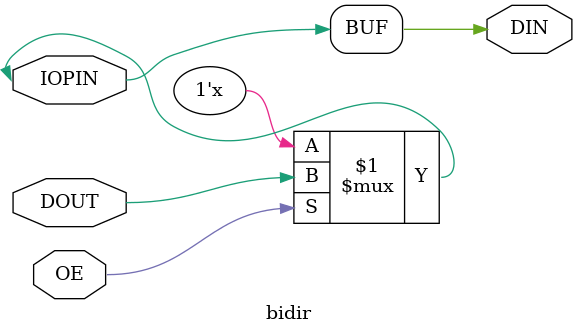
<source format=v>
module bidir(IOPIN, DIN, DOUT, OE);
    inout IOPIN;
    output DIN ;
    input  DOUT;
    input  OE  ;

    assign DIN = IOPIN;
    assign IOPIN = OE ? DOUT : 1'bz;
endmodule

</source>
